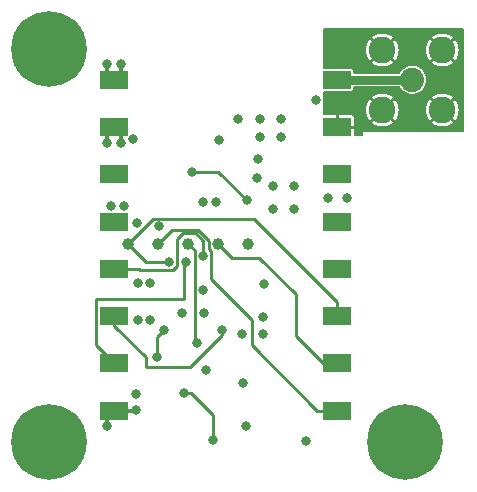
<source format=gbl>
G04 #@! TF.GenerationSoftware,KiCad,Pcbnew,7.0.5-0*
G04 #@! TF.CreationDate,2023-07-15T01:27:44-04:00*
G04 #@! TF.ProjectId,strato_connect,73747261-746f-45f6-936f-6e6e6563742e,rev?*
G04 #@! TF.SameCoordinates,Original*
G04 #@! TF.FileFunction,Copper,L4,Bot*
G04 #@! TF.FilePolarity,Positive*
%FSLAX46Y46*%
G04 Gerber Fmt 4.6, Leading zero omitted, Abs format (unit mm)*
G04 Created by KiCad (PCBNEW 7.0.5-0) date 2023-07-15 01:27:44*
%MOMM*%
%LPD*%
G01*
G04 APERTURE LIST*
G04 #@! TA.AperFunction,ComponentPad*
%ADD10C,2.050000*%
G04 #@! TD*
G04 #@! TA.AperFunction,ComponentPad*
%ADD11C,2.250000*%
G04 #@! TD*
G04 #@! TA.AperFunction,ComponentPad*
%ADD12C,1.000000*%
G04 #@! TD*
G04 #@! TA.AperFunction,ComponentPad*
%ADD13C,0.800000*%
G04 #@! TD*
G04 #@! TA.AperFunction,ComponentPad*
%ADD14C,6.400000*%
G04 #@! TD*
G04 #@! TA.AperFunction,SMDPad,CuDef*
%ADD15R,2.400000X1.500000*%
G04 #@! TD*
G04 #@! TA.AperFunction,ViaPad*
%ADD16C,0.800000*%
G04 #@! TD*
G04 #@! TA.AperFunction,Conductor*
%ADD17C,0.300000*%
G04 #@! TD*
G04 #@! TA.AperFunction,Conductor*
%ADD18C,0.250000*%
G04 #@! TD*
G04 #@! TA.AperFunction,Conductor*
%ADD19C,0.777368*%
G04 #@! TD*
G04 APERTURE END LIST*
D10*
X175133000Y-63800000D03*
D11*
X172593000Y-61260000D03*
X172593000Y-66340000D03*
X177673000Y-61260000D03*
X177673000Y-66340000D03*
D12*
X153615000Y-77680000D03*
D13*
X172100000Y-94500000D03*
X172802944Y-92802944D03*
X172802944Y-96197056D03*
X174500000Y-92100000D03*
D14*
X174500000Y-94500000D03*
D13*
X174500000Y-96900000D03*
X176197056Y-92802944D03*
X176197056Y-96197056D03*
X176900000Y-94500000D03*
D12*
X151075000Y-77680000D03*
D13*
X141986000Y-94500000D03*
X142688944Y-92802944D03*
X142688944Y-96197056D03*
X144386000Y-92100000D03*
D14*
X144386000Y-94500000D03*
D13*
X144386000Y-96900000D03*
X146083056Y-92802944D03*
X146083056Y-96197056D03*
X146786000Y-94500000D03*
X142000000Y-61200000D03*
X142702944Y-59502944D03*
X142702944Y-62897056D03*
X144400000Y-58800000D03*
D14*
X144400000Y-61200000D03*
D13*
X144400000Y-63600000D03*
X146097056Y-59502944D03*
X146097056Y-62897056D03*
X146800000Y-61200000D03*
D12*
X158695000Y-77680000D03*
X161235000Y-77680000D03*
X156155000Y-77680000D03*
D15*
X168760000Y-63800000D03*
X168760000Y-67800000D03*
X168760000Y-71800000D03*
X168760000Y-75800000D03*
X168760000Y-79800000D03*
X168760000Y-83800000D03*
X168760000Y-87800000D03*
X168760000Y-91800000D03*
X149910000Y-91800000D03*
X149910000Y-87800000D03*
X149910000Y-83800000D03*
X149910000Y-79800000D03*
X149910000Y-75800000D03*
X149910000Y-71800000D03*
X149910000Y-67800000D03*
X149910000Y-63800000D03*
D16*
X162100000Y-70500000D03*
X165100000Y-74700000D03*
X151800000Y-75900000D03*
X160755500Y-85300000D03*
X160825000Y-89500000D03*
X164000000Y-68600000D03*
X162200000Y-68600000D03*
X163300000Y-72800000D03*
X163300000Y-74700000D03*
X160400000Y-67100000D03*
X152900000Y-81000000D03*
X153700000Y-76200000D03*
X162200000Y-67100000D03*
X151900000Y-81000000D03*
X149600000Y-74500000D03*
X165100000Y-72800000D03*
X150500000Y-62450000D03*
X149300000Y-62450000D03*
X150700000Y-74500000D03*
X164000000Y-67100000D03*
X157700000Y-88400000D03*
X166150000Y-94350000D03*
X162000000Y-72100000D03*
X167000000Y-65500000D03*
X162500000Y-83900000D03*
X161036000Y-93091000D03*
X168000000Y-73800000D03*
X149300000Y-93100000D03*
X150500000Y-69150000D03*
X162500000Y-85300000D03*
X158500000Y-74100000D03*
X151700000Y-91750000D03*
X158800000Y-68900000D03*
X162600000Y-81100000D03*
X149300000Y-69150000D03*
X151900000Y-84100000D03*
X157500000Y-83500000D03*
X157400000Y-81600000D03*
X151500000Y-68800000D03*
X152900000Y-84100000D03*
X155600000Y-83500000D03*
X169600000Y-73800000D03*
X157400000Y-74100000D03*
X151700000Y-90400000D03*
X161100000Y-74000000D03*
X156500000Y-71600000D03*
X154500000Y-79200000D03*
X156900000Y-86100000D03*
X157400000Y-78700000D03*
X156000000Y-79200000D03*
X154100000Y-85000000D03*
X153500000Y-87300000D03*
X155800000Y-90275000D03*
X158250000Y-94325000D03*
X159000000Y-85000000D03*
D17*
X149300000Y-63190000D02*
X149910000Y-63800000D01*
X149300000Y-62450000D02*
X149300000Y-63190000D01*
X150500000Y-62450000D02*
X150500000Y-63210000D01*
X149300000Y-68410000D02*
X149910000Y-67800000D01*
X149300000Y-92410000D02*
X149910000Y-91800000D01*
X149300000Y-93100000D02*
X149300000Y-92410000D01*
X150500000Y-69150000D02*
X150500000Y-68390000D01*
X149910000Y-91800000D02*
X151650000Y-91800000D01*
X149300000Y-69150000D02*
X149300000Y-68410000D01*
X151650000Y-91800000D02*
X151700000Y-91750000D01*
D18*
X161100000Y-74000000D02*
X158700000Y-71600000D01*
X158700000Y-71600000D02*
X156500000Y-71600000D01*
D19*
X168760000Y-63800000D02*
X175133000Y-63800000D01*
D18*
X168760000Y-83800000D02*
X168760000Y-82610000D01*
X153175000Y-75580000D02*
X151075000Y-77680000D01*
X152595000Y-79200000D02*
X151075000Y-77680000D01*
X154500000Y-79200000D02*
X152595000Y-79200000D01*
X161730000Y-75580000D02*
X153175000Y-75580000D01*
X168760000Y-82610000D02*
X161730000Y-75580000D01*
X158100000Y-80700000D02*
X161545000Y-84145000D01*
X167090000Y-91800000D02*
X168760000Y-91800000D01*
X153615000Y-77680000D02*
X154815000Y-76480000D01*
X157900000Y-77400000D02*
X157900000Y-78100000D01*
X161545000Y-84145000D02*
X161545000Y-86255000D01*
X161545000Y-86255000D02*
X167090000Y-91800000D01*
X157900000Y-78100000D02*
X158100000Y-78300000D01*
X154815000Y-76480000D02*
X156980000Y-76480000D01*
X156980000Y-76480000D02*
X157900000Y-77400000D01*
X158100000Y-78300000D02*
X158100000Y-80700000D01*
X158695000Y-77680000D02*
X159865000Y-78850000D01*
X165250000Y-85450000D02*
X167600000Y-87800000D01*
X159865000Y-78850000D02*
X162150000Y-78850000D01*
X167600000Y-87800000D02*
X168760000Y-87800000D01*
X165250000Y-81950000D02*
X165250000Y-85450000D01*
X162150000Y-78850000D02*
X165250000Y-81950000D01*
X156900000Y-86100000D02*
X156700000Y-85900000D01*
X156700000Y-78225000D02*
X156155000Y-77680000D01*
X156700000Y-85900000D02*
X156700000Y-78225000D01*
X155200000Y-79600000D02*
X155200000Y-77300000D01*
X155200000Y-77300000D02*
X155700000Y-76800000D01*
X154900000Y-79900000D02*
X155200000Y-79600000D01*
X149910000Y-79800000D02*
X152000000Y-79800000D01*
X156800000Y-76800000D02*
X157400000Y-77400000D01*
X155700000Y-76800000D02*
X156800000Y-76800000D01*
X152100000Y-79900000D02*
X154900000Y-79900000D01*
X152000000Y-79800000D02*
X152100000Y-79900000D01*
X157400000Y-77400000D02*
X157400000Y-78700000D01*
X155800000Y-79200000D02*
X155800000Y-82360000D01*
X148380000Y-86270000D02*
X148380000Y-82360000D01*
X148380000Y-82360000D02*
X155800000Y-82360000D01*
X149910000Y-87800000D02*
X148380000Y-86270000D01*
X154100000Y-85000000D02*
X153500000Y-85600000D01*
X153500000Y-85600000D02*
X153500000Y-87300000D01*
X156358264Y-90275000D02*
X158250000Y-92166736D01*
X158250000Y-92166736D02*
X158250000Y-94325000D01*
X155800000Y-90275000D02*
X156358264Y-90275000D01*
X149910000Y-84596827D02*
X149910000Y-83800000D01*
X159000000Y-85400000D02*
X156300000Y-88100000D01*
X152600000Y-88100000D02*
X152600000Y-87286827D01*
X156300000Y-88100000D02*
X152600000Y-88100000D01*
X159000000Y-85000000D02*
X159000000Y-85400000D01*
X152600000Y-87286827D02*
X149910000Y-84596827D01*
G04 #@! TA.AperFunction,Conductor*
G36*
X179442539Y-59420185D02*
G01*
X179488294Y-59472989D01*
X179499500Y-59524500D01*
X179499500Y-68125500D01*
X179479815Y-68192539D01*
X179427011Y-68238294D01*
X179375500Y-68249500D01*
X171300000Y-68249500D01*
X171300000Y-66825204D01*
X171376049Y-66998582D01*
X171501044Y-67189900D01*
X171501047Y-67189904D01*
X171530977Y-67222415D01*
X171530979Y-67222415D01*
X171907479Y-66845914D01*
X172005009Y-66960735D01*
X172088443Y-67024160D01*
X171711350Y-67401253D01*
X171836176Y-67498410D01*
X171836179Y-67498412D01*
X172037157Y-67607175D01*
X172037171Y-67607181D01*
X172253312Y-67681383D01*
X172478734Y-67719000D01*
X172707266Y-67719000D01*
X172932687Y-67681383D01*
X173148828Y-67607181D01*
X173148842Y-67607175D01*
X173349822Y-67498411D01*
X173349827Y-67498407D01*
X173474648Y-67401254D01*
X173474648Y-67401253D01*
X173100212Y-67026817D01*
X173110431Y-67020669D01*
X173244658Y-66893523D01*
X173277576Y-66844971D01*
X173655020Y-67222415D01*
X173655021Y-67222415D01*
X173684948Y-67189908D01*
X173684958Y-67189895D01*
X173809950Y-66998582D01*
X173901752Y-66789293D01*
X173957853Y-66567757D01*
X173957855Y-66567746D01*
X173976726Y-66340005D01*
X176289274Y-66340005D01*
X176308144Y-66567746D01*
X176308146Y-66567757D01*
X176364247Y-66789293D01*
X176456049Y-66998582D01*
X176581044Y-67189900D01*
X176581047Y-67189904D01*
X176610977Y-67222415D01*
X176610979Y-67222415D01*
X176987479Y-66845914D01*
X177085009Y-66960735D01*
X177168443Y-67024160D01*
X176791350Y-67401253D01*
X176916176Y-67498410D01*
X176916179Y-67498412D01*
X177117157Y-67607175D01*
X177117171Y-67607181D01*
X177333312Y-67681383D01*
X177558734Y-67719000D01*
X177787266Y-67719000D01*
X178012687Y-67681383D01*
X178228828Y-67607181D01*
X178228842Y-67607175D01*
X178429822Y-67498411D01*
X178429827Y-67498407D01*
X178554648Y-67401254D01*
X178554648Y-67401253D01*
X178180212Y-67026817D01*
X178190431Y-67020669D01*
X178324658Y-66893523D01*
X178357576Y-66844971D01*
X178735020Y-67222415D01*
X178735021Y-67222415D01*
X178764948Y-67189908D01*
X178764958Y-67189895D01*
X178889950Y-66998582D01*
X178981752Y-66789293D01*
X179037853Y-66567757D01*
X179037855Y-66567746D01*
X179056725Y-66340005D01*
X179056725Y-66339994D01*
X179037855Y-66112253D01*
X179037853Y-66112242D01*
X178981752Y-65890706D01*
X178889950Y-65681417D01*
X178764954Y-65490098D01*
X178764952Y-65490096D01*
X178735021Y-65457583D01*
X178735019Y-65457583D01*
X178358519Y-65834083D01*
X178260991Y-65719265D01*
X178177555Y-65655838D01*
X178554648Y-65278745D01*
X178554648Y-65278744D01*
X178429822Y-65181588D01*
X178429820Y-65181587D01*
X178228842Y-65072824D01*
X178228828Y-65072818D01*
X178012687Y-64998616D01*
X177787266Y-64961000D01*
X177558734Y-64961000D01*
X177333312Y-64998616D01*
X177117171Y-65072818D01*
X177117157Y-65072824D01*
X176916176Y-65181589D01*
X176916165Y-65181596D01*
X176791350Y-65278743D01*
X176791350Y-65278745D01*
X177165787Y-65653182D01*
X177155569Y-65659331D01*
X177021342Y-65786477D01*
X176988423Y-65835028D01*
X176610978Y-65457583D01*
X176581043Y-65490101D01*
X176456049Y-65681417D01*
X176364247Y-65890706D01*
X176308146Y-66112242D01*
X176308144Y-66112253D01*
X176289274Y-66339994D01*
X176289274Y-66340005D01*
X173976726Y-66340005D01*
X173976726Y-66339994D01*
X173957855Y-66112253D01*
X173957853Y-66112242D01*
X173901752Y-65890706D01*
X173809950Y-65681417D01*
X173684954Y-65490098D01*
X173684952Y-65490096D01*
X173655021Y-65457583D01*
X173655019Y-65457583D01*
X173278518Y-65834083D01*
X173180991Y-65719265D01*
X173097554Y-65655838D01*
X173474648Y-65278745D01*
X173474648Y-65278744D01*
X173349822Y-65181588D01*
X173349820Y-65181587D01*
X173148842Y-65072824D01*
X173148828Y-65072818D01*
X172932687Y-64998616D01*
X172707266Y-64961000D01*
X172478734Y-64961000D01*
X172253312Y-64998616D01*
X172037171Y-65072818D01*
X172037157Y-65072824D01*
X171836176Y-65181589D01*
X171836165Y-65181596D01*
X171711350Y-65278743D01*
X171711350Y-65278745D01*
X172085787Y-65653182D01*
X172075569Y-65659331D01*
X171941342Y-65786477D01*
X171908423Y-65835027D01*
X171530978Y-65457583D01*
X171501043Y-65490101D01*
X171376049Y-65681417D01*
X171300000Y-65854794D01*
X171300000Y-64339184D01*
X174011535Y-64339184D01*
X174078574Y-64358869D01*
X174122534Y-64407910D01*
X174129284Y-64421465D01*
X174129289Y-64421474D01*
X174218009Y-64538957D01*
X174260573Y-64595322D01*
X174421568Y-64742088D01*
X174421575Y-64742092D01*
X174421576Y-64742093D01*
X174606786Y-64856770D01*
X174606792Y-64856773D01*
X174629664Y-64865633D01*
X174809931Y-64935470D01*
X175024074Y-64975500D01*
X175024076Y-64975500D01*
X175241924Y-64975500D01*
X175241926Y-64975500D01*
X175456069Y-64935470D01*
X175659210Y-64856772D01*
X175844432Y-64742088D01*
X176005427Y-64595322D01*
X176136712Y-64421472D01*
X176233817Y-64226459D01*
X176293435Y-64016923D01*
X176313536Y-63800000D01*
X176293435Y-63583077D01*
X176233817Y-63373541D01*
X176136712Y-63178528D01*
X176005427Y-63004678D01*
X175844432Y-62857912D01*
X175844428Y-62857909D01*
X175844423Y-62857906D01*
X175659213Y-62743229D01*
X175659207Y-62743226D01*
X175574113Y-62710260D01*
X175456069Y-62664530D01*
X175241926Y-62624500D01*
X175024074Y-62624500D01*
X174809931Y-62664530D01*
X174761130Y-62683435D01*
X174606792Y-62743226D01*
X174606786Y-62743229D01*
X174421576Y-62857906D01*
X174421566Y-62857913D01*
X174260574Y-63004676D01*
X174129289Y-63178525D01*
X174129284Y-63178534D01*
X174122534Y-63192090D01*
X174075030Y-63243326D01*
X174011535Y-63260816D01*
X171300000Y-63260816D01*
X171300000Y-61745204D01*
X171376049Y-61918582D01*
X171501044Y-62109900D01*
X171501047Y-62109904D01*
X171530977Y-62142415D01*
X171530979Y-62142415D01*
X171907479Y-61765914D01*
X172005009Y-61880735D01*
X172088443Y-61944160D01*
X171711350Y-62321253D01*
X171836176Y-62418410D01*
X171836179Y-62418412D01*
X172037157Y-62527175D01*
X172037171Y-62527181D01*
X172253312Y-62601383D01*
X172478734Y-62639000D01*
X172707266Y-62639000D01*
X172932687Y-62601383D01*
X173148828Y-62527181D01*
X173148842Y-62527175D01*
X173349822Y-62418411D01*
X173349827Y-62418407D01*
X173474648Y-62321254D01*
X173474648Y-62321253D01*
X173100212Y-61946817D01*
X173110431Y-61940669D01*
X173244658Y-61813523D01*
X173277576Y-61764971D01*
X173655020Y-62142415D01*
X173655021Y-62142415D01*
X173684948Y-62109908D01*
X173684958Y-62109895D01*
X173809950Y-61918582D01*
X173901752Y-61709293D01*
X173957853Y-61487757D01*
X173957855Y-61487746D01*
X173976726Y-61260005D01*
X176289274Y-61260005D01*
X176308144Y-61487746D01*
X176308146Y-61487757D01*
X176364247Y-61709293D01*
X176456049Y-61918582D01*
X176581044Y-62109900D01*
X176581047Y-62109904D01*
X176610977Y-62142415D01*
X176610979Y-62142415D01*
X176987479Y-61765914D01*
X177085009Y-61880735D01*
X177168443Y-61944160D01*
X176791350Y-62321253D01*
X176916176Y-62418410D01*
X176916179Y-62418412D01*
X177117157Y-62527175D01*
X177117171Y-62527181D01*
X177333312Y-62601383D01*
X177558734Y-62639000D01*
X177787266Y-62639000D01*
X178012687Y-62601383D01*
X178228828Y-62527181D01*
X178228842Y-62527175D01*
X178429822Y-62418411D01*
X178429827Y-62418407D01*
X178554648Y-62321254D01*
X178554648Y-62321253D01*
X178180212Y-61946817D01*
X178190431Y-61940669D01*
X178324658Y-61813523D01*
X178357576Y-61764971D01*
X178735020Y-62142415D01*
X178735021Y-62142415D01*
X178764948Y-62109908D01*
X178764958Y-62109895D01*
X178889950Y-61918582D01*
X178981752Y-61709293D01*
X179037853Y-61487757D01*
X179037855Y-61487746D01*
X179056725Y-61260005D01*
X179056725Y-61259994D01*
X179037855Y-61032253D01*
X179037853Y-61032242D01*
X178981752Y-60810706D01*
X178889950Y-60601417D01*
X178764954Y-60410098D01*
X178764952Y-60410096D01*
X178735021Y-60377583D01*
X178735019Y-60377583D01*
X178358518Y-60754083D01*
X178260991Y-60639265D01*
X178177554Y-60575838D01*
X178554648Y-60198745D01*
X178554648Y-60198744D01*
X178429822Y-60101588D01*
X178429820Y-60101587D01*
X178228842Y-59992824D01*
X178228828Y-59992818D01*
X178012687Y-59918616D01*
X177787266Y-59881000D01*
X177558734Y-59881000D01*
X177333312Y-59918616D01*
X177117171Y-59992818D01*
X177117157Y-59992824D01*
X176916176Y-60101589D01*
X176916165Y-60101596D01*
X176791350Y-60198743D01*
X176791350Y-60198745D01*
X177165787Y-60573182D01*
X177155569Y-60579331D01*
X177021342Y-60706477D01*
X176988423Y-60755027D01*
X176610978Y-60377583D01*
X176581043Y-60410101D01*
X176456049Y-60601417D01*
X176364247Y-60810706D01*
X176308146Y-61032242D01*
X176308144Y-61032253D01*
X176289274Y-61259994D01*
X176289274Y-61260005D01*
X173976726Y-61260005D01*
X173976726Y-61259994D01*
X173957855Y-61032253D01*
X173957853Y-61032242D01*
X173901752Y-60810706D01*
X173809950Y-60601417D01*
X173684954Y-60410098D01*
X173684952Y-60410096D01*
X173655021Y-60377583D01*
X173655019Y-60377583D01*
X173278519Y-60754083D01*
X173180991Y-60639265D01*
X173097555Y-60575838D01*
X173474648Y-60198745D01*
X173474648Y-60198744D01*
X173349822Y-60101588D01*
X173349820Y-60101587D01*
X173148842Y-59992824D01*
X173148828Y-59992818D01*
X172932687Y-59918616D01*
X172707266Y-59881000D01*
X172478734Y-59881000D01*
X172253312Y-59918616D01*
X172037171Y-59992818D01*
X172037157Y-59992824D01*
X171836176Y-60101589D01*
X171836165Y-60101596D01*
X171711350Y-60198743D01*
X171711350Y-60198745D01*
X172085787Y-60573182D01*
X172075569Y-60579331D01*
X171941342Y-60706477D01*
X171908423Y-60755028D01*
X171530978Y-60377583D01*
X171501043Y-60410101D01*
X171376049Y-60601417D01*
X171300000Y-60774794D01*
X171300000Y-59400500D01*
X177699901Y-59400500D01*
X179375500Y-59400500D01*
X179442539Y-59420185D01*
G37*
G04 #@! TD.AperFunction*
G04 #@! TA.AperFunction,Conductor*
G36*
X171300000Y-65854792D02*
G01*
X171284247Y-65890706D01*
X171228146Y-66112242D01*
X171228144Y-66112253D01*
X171209274Y-66339994D01*
X171209274Y-66340005D01*
X171228144Y-66567746D01*
X171228146Y-66567757D01*
X171284247Y-66789293D01*
X171300000Y-66825206D01*
X171300000Y-68249500D01*
X171024760Y-68249500D01*
X171024554Y-68249459D01*
X170999998Y-68249459D01*
X170999909Y-68249496D01*
X170999619Y-68249615D01*
X170999615Y-68249618D01*
X170999459Y-68249999D01*
X170999476Y-68274616D01*
X170999471Y-68274616D01*
X170999500Y-68274759D01*
X170999500Y-68426000D01*
X170979815Y-68493039D01*
X170927011Y-68538794D01*
X170875500Y-68550000D01*
X170338000Y-68550000D01*
X170270961Y-68530315D01*
X170225206Y-68477511D01*
X170214000Y-68426000D01*
X170214000Y-67927000D01*
X168757000Y-67927000D01*
X168689961Y-67907315D01*
X168644206Y-67854511D01*
X168633000Y-67803000D01*
X168633000Y-66796000D01*
X168887000Y-66796000D01*
X168887000Y-67673000D01*
X170213999Y-67673000D01*
X170213999Y-67024985D01*
X170199262Y-66950893D01*
X170199261Y-66950890D01*
X170143123Y-66866876D01*
X170059104Y-66810736D01*
X170059103Y-66810735D01*
X169985021Y-66796000D01*
X168887000Y-66796000D01*
X168633000Y-66796000D01*
X167724000Y-66796000D01*
X167656961Y-66776315D01*
X167611206Y-66723511D01*
X167600000Y-66672000D01*
X167600000Y-64824500D01*
X167619685Y-64757461D01*
X167672489Y-64711706D01*
X167724000Y-64700500D01*
X169974822Y-64700500D01*
X170018717Y-64691768D01*
X170018717Y-64691767D01*
X170018722Y-64691767D01*
X170068504Y-64658504D01*
X170101767Y-64608722D01*
X170110500Y-64564820D01*
X170110500Y-64463183D01*
X170130185Y-64396145D01*
X170182989Y-64350390D01*
X170234500Y-64339184D01*
X171300000Y-64339184D01*
X171300000Y-65854792D01*
G37*
G04 #@! TD.AperFunction*
G04 #@! TA.AperFunction,Conductor*
G36*
X170976926Y-59400556D02*
G01*
X170999998Y-59400540D01*
X171000000Y-59400541D01*
X171000001Y-59400540D01*
X171024616Y-59400524D01*
X171024616Y-59400528D01*
X171024760Y-59400500D01*
X171300000Y-59400500D01*
X171300000Y-60774792D01*
X171284247Y-60810706D01*
X171228146Y-61032242D01*
X171228144Y-61032253D01*
X171209274Y-61259994D01*
X171209274Y-61260005D01*
X171228144Y-61487746D01*
X171228146Y-61487757D01*
X171284247Y-61709293D01*
X171300000Y-61745206D01*
X171300000Y-63260816D01*
X170234500Y-63260816D01*
X170167461Y-63241131D01*
X170121706Y-63188327D01*
X170110500Y-63136816D01*
X170110500Y-63035177D01*
X170101768Y-62991282D01*
X170101767Y-62991281D01*
X170101767Y-62991278D01*
X170068504Y-62941496D01*
X170068503Y-62941495D01*
X170018724Y-62908234D01*
X170018717Y-62908231D01*
X169974822Y-62899500D01*
X169974820Y-62899500D01*
X167724000Y-62899500D01*
X167656961Y-62879815D01*
X167611206Y-62827011D01*
X167600000Y-62775500D01*
X167600000Y-59524000D01*
X167619685Y-59456961D01*
X167672489Y-59411206D01*
X167724000Y-59400000D01*
X170974115Y-59400000D01*
X170976926Y-59400556D01*
G37*
G04 #@! TD.AperFunction*
M02*

</source>
